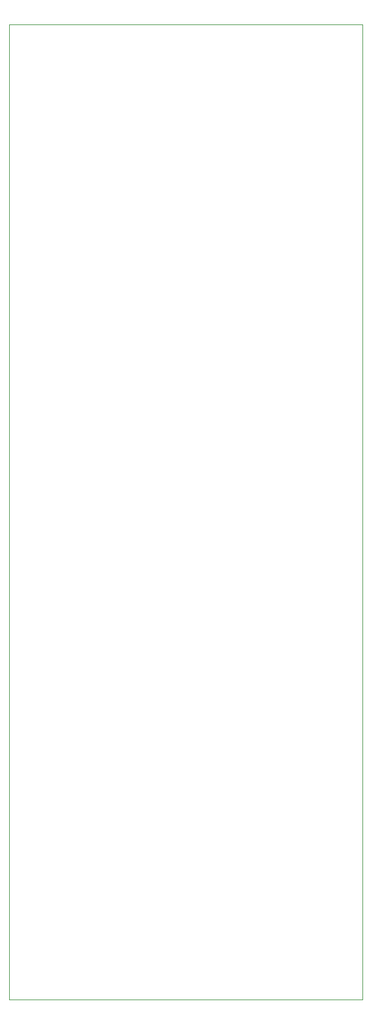
<source format=gbr>
%TF.GenerationSoftware,KiCad,Pcbnew,(5.1.12-1-10_14)*%
%TF.CreationDate,2023-08-06T16:49:54+02:00*%
%TF.ProjectId,xorcist_board,786f7263-6973-4745-9f62-6f6172642e6b,rev?*%
%TF.SameCoordinates,Original*%
%TF.FileFunction,Profile,NP*%
%FSLAX46Y46*%
G04 Gerber Fmt 4.6, Leading zero omitted, Abs format (unit mm)*
G04 Created by KiCad (PCBNEW (5.1.12-1-10_14)) date 2023-08-06 16:49:54*
%MOMM*%
%LPD*%
G01*
G04 APERTURE LIST*
%TA.AperFunction,Profile*%
%ADD10C,0.050000*%
%TD*%
G04 APERTURE END LIST*
D10*
X290000000Y-160000000D02*
X290000000Y-25000000D01*
X339000000Y-160000000D02*
X290000000Y-160000000D01*
X339000000Y-25000000D02*
X339000000Y-160000000D01*
X290000000Y-25000000D02*
X339000000Y-25000000D01*
M02*

</source>
